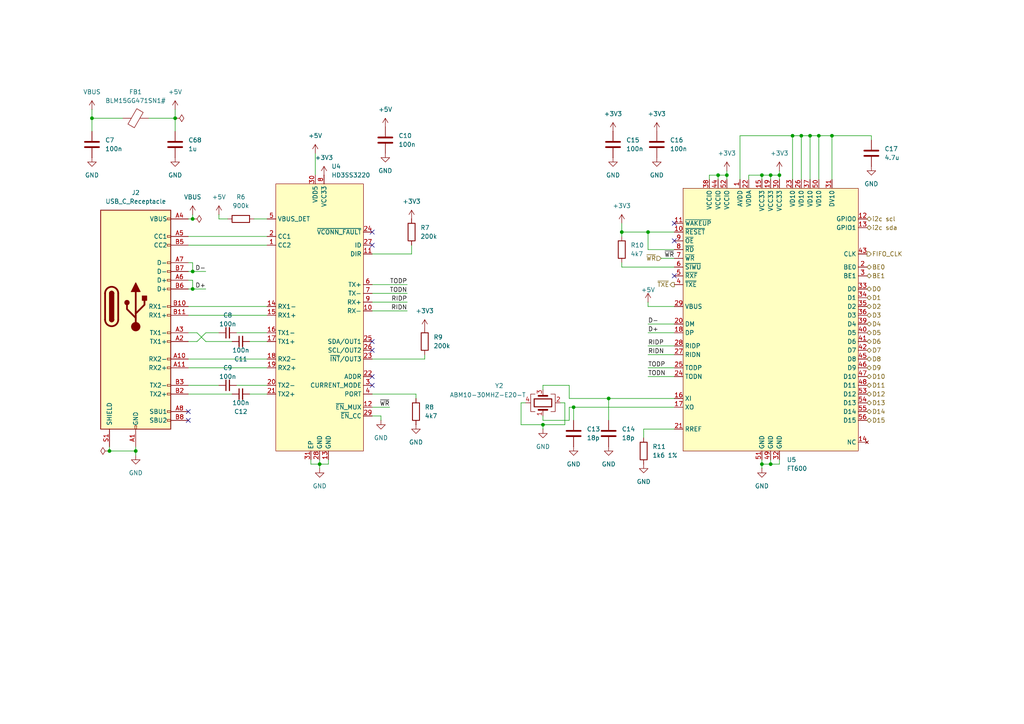
<source format=kicad_sch>
(kicad_sch (version 20250114) (generator "eeschema") (generator_version "9.0")
  (paper "A4")
  (title_block (title "CMOS FIFO to USB 3.0 SS") (date "2026-02-19") (rev "1") (company "Emmanuel Koutsouklakis"))
  (lib_symbols
    (symbol "Connector:USB_C_Receptacle" (pin_names (offset 1.016))
      (property "Reference" "J" (at -10.16 29.21 0))
      (property "Value" "USB_C_Receptacle" (at 10.16 29.21 0))
      (symbol "USB_C_Receptacle_0_0"
        (rectangle (start -0.254 -35.56) (end 0.254 -34.544))
        (rectangle (start 10.16 25.654) (end 9.144 25.146))
        (rectangle (start 10.16 20.574) (end 9.144 20.066))
        (rectangle (start 10.16 18.034) (end 9.144 17.526))
        (rectangle (start 10.16 12.954) (end 9.144 12.446))
        (rectangle (start 10.16 10.414) (end 9.144 9.906))
        (rectangle (start 10.16 7.874) (end 9.144 7.366))
        (rectangle (start 10.16 5.334) (end 9.144 4.826))
        (rectangle (start 10.16 0.254) (end 9.144 -0.254))
        (rectangle (start 10.16 -2.286) (end 9.144 -2.794))
        (rectangle (start 10.16 -7.366) (end 9.144 -7.874))
        (rectangle (start 10.16 -9.906) (end 9.144 -10.414))
        (rectangle (start 10.16 -14.986) (end 9.144 -15.494))
        (rectangle (start 10.16 -17.526) (end 9.144 -18.034))
        (rectangle (start 10.16 -22.606) (end 9.144 -23.114))
        (rectangle (start 10.16 -25.146) (end 9.144 -25.654))
        (rectangle (start 10.16 -30.226) (end 9.144 -30.734))
        (rectangle (start 10.16 -32.766) (end 9.144 -33.274))
      )
      (symbol "USB_C_Receptacle_0_1"
        (rectangle (start -10.16 27.94) (end 10.16 -35.56) (stroke (width 0.254)) (fill (type background)))
        (polyline (pts (xy -8.89 -3.81) (xy -8.89 3.81)) (stroke (width 0.508)))
        (rectangle (start -7.62 -3.81) (end -6.35 3.81) (stroke (width 0.254)) (fill (type outline)))
        (arc (start -7.62 3.81) (mid -6.985 4.4423) (end -6.35 3.81) (stroke (width 0.254)))
        (arc (start -7.62 3.81) (mid -6.985 4.4423) (end -6.35 3.81) (stroke (width 0.254)) (fill (type outline)))
        (arc (start -8.89 3.81) (mid -6.985 5.7067) (end -5.08 3.81) (stroke (width 0.508)))
        (arc (start -5.08 -3.81) (mid -6.985 -5.7067) (end -8.89 -3.81) (stroke (width 0.508)))
        (arc (start -6.35 -3.81) (mid -6.985 -4.4423) (end -7.62 -3.81) (stroke (width 0.254)))
        (arc (start -6.35 -3.81) (mid -6.985 -4.4423) (end -7.62 -3.81) (stroke (width 0.254)) (fill (type outline)))
        (polyline (pts (xy -5.08 3.81) (xy -5.08 -3.81)) (stroke (width 0.508)))
      )
      (symbol "USB_C_Receptacle_1_1"
        (circle (center -2.54 1.143) (radius 0.635) (stroke (width 0.254)) (fill (type outline)))
        (polyline (pts (xy -1.27 4.318) (xy 0 6.858) (xy 1.27 4.318) (xy -1.27 4.318)) (stroke (width 0.254)) (fill (type outline)))
        (polyline (pts (xy 0 -2.032) (xy 2.54 0.508) (xy 2.54 1.778)) (stroke (width 0.508)))
        (polyline (pts (xy 0 -3.302) (xy -2.54 -0.762) (xy -2.54 0.508)) (stroke (width 0.508)))
        (polyline (pts (xy 0 -5.842) (xy 0 4.318)) (stroke (width 0.508)))
        (circle (center 0 -5.842) (radius 1.27) (fill (type outline)))
        (rectangle (start 1.905 1.778) (end 3.175 3.048) (stroke (width 0.254)) (fill (type outline)))
        (pin passive line (at -7.62 -40.64 90) (length 5.08) (name "SHIELD") (number "S1"))
        (pin passive line (at 0 -40.64 90) (length 5.08) (name "GND") (number "A1"))
        (pin passive line (at 0 -40.64 90) (length 5.08) (hide yes) (name "GND") (number "A12"))
        (pin passive line (at 0 -40.64 90) (length 5.08) (hide yes) (name "GND") (number "B1"))
        (pin passive line (at 0 -40.64 90) (length 5.08) (hide yes) (name "GND") (number "B12"))
        (pin passive line (at 15.24 25.4 180) (length 5.08) (name "VBUS") (number "A4"))
        (pin passive line (at 15.24 25.4 180) (length 5.08) (hide yes) (name "VBUS") (number "A9"))
        (pin passive line (at 15.24 25.4 180) (length 5.08) (hide yes) (name "VBUS") (number "B4"))
        (pin passive line (at 15.24 25.4 180) (length 5.08) (hide yes) (name "VBUS") (number "B9"))
        (pin bidirectional line (at 15.24 20.32 180) (length 5.08) (name "CC1") (number "A5"))
        (pin bidirectional line (at 15.24 17.78 180) (length 5.08) (name "CC2") (number "B5"))
        (pin bidirectional line (at 15.24 12.7 180) (length 5.08) (name "D-") (number "A7"))
        (pin bidirectional line (at 15.24 10.16 180) (length 5.08) (name "D-") (number "B7"))
        (pin bidirectional line (at 15.24 7.62 180) (length 5.08) (name "D+") (number "A6"))
        (pin bidirectional line (at 15.24 5.08 180) (length 5.08) (name "D+") (number "B6"))
        (pin bidirectional line (at 15.24 0 180) (length 5.08) (name "RX1-") (number "B10"))
        (pin bidirectional line (at 15.24 -2.54 180) (length 5.08) (name "RX1+") (number "B11"))
        (pin bidirectional line (at 15.24 -7.62 180) (length 5.08) (name "TX1-") (number "A3"))
        (pin bidirectional line (at 15.24 -10.16 180) (length 5.08) (name "TX1+") (number "A2"))
        (pin bidirectional line (at 15.24 -15.24 180) (length 5.08) (name "RX2-") (number "A10"))
        (pin bidirectional line (at 15.24 -17.78 180) (length 5.08) (name "RX2+") (number "A11"))
        (pin bidirectional line (at 15.24 -22.86 180) (length 5.08) (name "TX2-") (number "B3"))
        (pin bidirectional line (at 15.24 -25.4 180) (length 5.08) (name "TX2+") (number "B2"))
        (pin bidirectional line (at 15.24 -30.48 180) (length 5.08) (name "SBU1") (number "A8"))
        (pin bidirectional line (at 15.24 -33.02 180) (length 5.08) (name "SBU2") (number "B8"))
      )
    )
    (symbol "Device:C" (pin_numbers (hide yes)) (pin_names (offset 0.254))
      (property "Reference" "C" (at 0.635 2.54 0))
      (property "Value" "C" (at 0.635 -2.54 0))
      (symbol "C_0_1"
        (polyline (pts (xy -2.032 0.762) (xy 2.032 0.762)) (stroke (width 0.508)))
        (polyline (pts (xy -2.032 -0.762) (xy 2.032 -0.762)) (stroke (width 0.508)))
      )
      (symbol "C_1_1"
        (pin passive line (at 0 3.81 270) (length 2.794) (name "~") (number "1"))
        (pin passive line (at 0 -3.81 90) (length 2.794) (name "~") (number "2"))
      )
    )
    (symbol "Device:C_Small" (pin_numbers (hide yes)) (pin_names (offset 0.254) (hide yes))
      (property "Reference" "C" (at 0.254 1.778 0))
      (property "Value" "C_Small" (at 0.254 -2.032 0))
      (symbol "C_Small_0_1"
        (polyline (pts (xy -1.524 0.508) (xy 1.524 0.508)) (stroke (width 0.3048)))
        (polyline (pts (xy -1.524 -0.508) (xy 1.524 -0.508)) (stroke (width 0.3302)))
      )
      (symbol "C_Small_1_1"
        (pin passive line (at 0 2.54 270) (length 2.032) (name "~") (number "1"))
        (pin passive line (at 0 -2.54 90) (length 2.032) (name "~") (number "2"))
      )
    )
    (symbol "Device:Crystal_GND24" (pin_names (offset 1.016) (hide yes))
      (property "Reference" "Y" (at 3.175 5.08 0))
      (property "Value" "Crystal_GND24" (at 3.175 3.175 0))
      (symbol "Crystal_GND24_0_1"
        (polyline (pts (xy -2.54 2.286) (xy -2.54 3.556) (xy 2.54 3.556) (xy 2.54 2.286)))
        (polyline (pts (xy -2.54 0) (xy -2.032 0)))
        (polyline (pts (xy -2.54 -2.286) (xy -2.54 -3.556) (xy 2.54 -3.556) (xy 2.54 -2.286)))
        (polyline (pts (xy -2.032 -1.27) (xy -2.032 1.27)) (stroke (width 0.508)))
        (rectangle (start -1.143 2.54) (end 1.143 -2.54) (stroke (width 0.3048)))
        (polyline (pts (xy 0 3.556) (xy 0 3.81)))
        (polyline (pts (xy 0 -3.81) (xy 0 -3.556)))
        (polyline (pts (xy 2.032 0) (xy 2.54 0)))
        (polyline (pts (xy 2.032 -1.27) (xy 2.032 1.27)) (stroke (width 0.508)))
      )
      (symbol "Crystal_GND24_1_1"
        (pin passive line (at -3.81 0 0) (length 1.27) (name "1") (number "1"))
        (pin passive line (at 0 5.08 270) (length 1.27) (name "2") (number "2"))
        (pin passive line (at 0 -5.08 90) (length 1.27) (name "4") (number "4"))
        (pin passive line (at 3.81 0 180) (length 1.27) (name "3") (number "3"))
      )
    )
    (symbol "Device:FerriteBead" (pin_numbers (hide yes)) (pin_names (offset 0))
      (property "Reference" "FB" (at -3.81 0.635 90))
      (property "Value" "FerriteBead" (at 3.81 0 90))
      (symbol "FerriteBead_0_1"
        (polyline (pts (xy -2.7686 0.4064) (xy -1.7018 2.2606) (xy 2.7686 -0.3048) (xy 1.6764 -2.159) (xy -2.7686 0.4064)))
        (polyline (pts (xy 0 1.27) (xy 0 1.2954)))
        (polyline (pts (xy 0 -1.27) (xy 0 -1.2192)))
      )
      (symbol "FerriteBead_1_1"
        (pin passive line (at 0 3.81 270) (length 2.54) (name "~") (number "1"))
        (pin passive line (at 0 -3.81 90) (length 2.54) (name "~") (number "2"))
      )
    )
    (symbol "Device:R" (pin_numbers (hide yes)) (pin_names (offset 0))
      (property "Reference" "R" (at 2.032 0 90))
      (property "Value" "R" (at 0 0 90))
      (symbol "R_0_1"
        (rectangle (start -1.016 -2.54) (end 1.016 2.54) (stroke (width 0.254)))
      )
      (symbol "R_1_1"
        (pin passive line (at 0 3.81 270) (length 1.27) (name "~") (number "1"))
        (pin passive line (at 0 -3.81 90) (length 1.27) (name "~") (number "2"))
      )
    )
    (symbol "plib:FT600"
      (property "Reference" "U" (at 92.71 -30.48 0))
      (property "Value" "FT600" (at 110.236 -29.718 0))
      (symbol "FT600_0_0"
        (pin bidirectional line (at -27.94 27.94 0) (length 2.54) (name "~{WAKEUP}") (number "11"))
        (pin input line (at -27.94 25.4 0) (length 2.54) (name "~{RESET}") (number "10"))
        (pin input line (at -27.94 22.86 0) (length 2.54) (name "~{OE}") (number "9"))
        (pin input line (at -27.94 20.32 0) (length 2.54) (name "~{RD}") (number "8"))
        (pin input line (at -27.94 17.78 0) (length 2.54) (name "~{WR}") (number "7"))
        (pin input line (at -27.94 15.24 0) (length 2.54) (name "~{SIWU}") (number "6"))
        (pin output line (at -27.94 12.7 0) (length 2.54) (name "~{RXF}") (number "5"))
        (pin output line (at -27.94 10.16 0) (length 2.54) (name "~{TXE}") (number "4"))
        (pin passive line (at -27.94 3.81 0) (length 2.54) (name "VBUS") (number "29"))
        (pin bidirectional line (at -27.94 -1.27 0) (length 2.54) (name "DM") (number "20"))
        (pin bidirectional line (at -27.94 -3.81 0) (length 2.54) (name "DP") (number "18"))
        (pin input line (at -27.94 -7.62 0) (length 2.54) (name "RIDP") (number "28"))
        (pin input line (at -27.94 -10.16 0) (length 2.54) (name "RIDN") (number "27"))
        (pin output line (at -27.94 -13.97 0) (length 2.54) (name "TODP") (number "25"))
        (pin output line (at -27.94 -16.51 0) (length 2.54) (name "TODN") (number "24"))
        (pin passive line (at -27.94 -22.86 0) (length 2.54) (name "XI") (number "16"))
        (pin passive line (at -27.94 -25.4 0) (length 2.54) (name "XO") (number "17"))
        (pin passive line (at -27.94 -31.75 0) (length 2.54) (name "RREF") (number "21"))
        (pin power_in line (at -17.78 40.64 270) (length 2.54) (name "VCCIO") (number "38"))
        (pin power_in line (at -15.24 40.64 270) (length 2.54) (name "VCCIO") (number "44"))
        (pin power_in line (at -12.7 40.64 270) (length 2.54) (name "VCCIO") (number "52"))
        (pin power_in line (at -8.89 40.64 270) (length 2.54) (name "AVDD") (number "1"))
        (pin power_in line (at -6.35 40.64 270) (length 2.54) (name "VDDA") (number "22"))
        (pin power_in line (at -2.54 40.64 270) (length 2.54) (name "VCC33") (number "15"))
        (pin passive line (at -2.54 -40.64 90) (length 2.54) (name "GND") (number "51"))
        (pin power_in line (at 0 40.64 270) (length 2.54) (name "VCC33") (number "19"))
        (pin passive line (at 0 -40.64 90) (length 2.54) (name "GND") (number "49"))
        (pin power_in line (at 2.54 40.64 270) (length 2.54) (name "VCC33") (number "30"))
        (pin passive line (at 2.54 -40.64 90) (length 2.54) (name "GND") (number "32"))
        (pin power_in line (at 6.35 40.64 270) (length 2.54) (name "VD10") (number "23"))
        (pin power_in line (at 8.89 40.64 270) (length 2.54) (name "VD10") (number "26"))
        (pin power_in line (at 11.43 40.64 270) (length 2.54) (name "VD10") (number "37"))
        (pin power_in line (at 13.97 40.64 270) (length 2.54) (name "VD10") (number "50"))
        (pin power_out line (at 17.78 40.64 270) (length 2.54) (name "DV10") (number "31"))
        (pin bidirectional line (at 27.94 29.21 180) (length 2.54) (name "GPIO0") (number "12"))
        (pin bidirectional line (at 27.94 26.67 180) (length 2.54) (name "GPIO1") (number "13"))
        (pin output line (at 27.94 19.05 180) (length 2.54) (name "CLK") (number "43"))
        (pin bidirectional line (at 27.94 15.24 180) (length 2.54) (name "BE0") (number "2"))
        (pin bidirectional line (at 27.94 12.7 180) (length 2.54) (name "BE1") (number "3"))
        (pin bidirectional line (at 27.94 8.89 180) (length 2.54) (name "D0") (number "33"))
        (pin bidirectional line (at 27.94 6.35 180) (length 2.54) (name "D1") (number "34"))
        (pin bidirectional line (at 27.94 3.81 180) (length 2.54) (name "D2") (number "35"))
        (pin bidirectional line (at 27.94 1.27 180) (length 2.54) (name "D3") (number "36"))
        (pin bidirectional line (at 27.94 -1.27 180) (length 2.54) (name "D4") (number "39"))
        (pin bidirectional line (at 27.94 -3.81 180) (length 2.54) (name "D5") (number "40"))
        (pin bidirectional line (at 27.94 -6.35 180) (length 2.54) (name "D6") (number "41"))
        (pin bidirectional line (at 27.94 -8.89 180) (length 2.54) (name "D7") (number "42"))
        (pin bidirectional line (at 27.94 -11.43 180) (length 2.54) (name "D8") (number "45"))
        (pin bidirectional line (at 27.94 -13.97 180) (length 2.54) (name "D9") (number "46"))
        (pin bidirectional line (at 27.94 -16.51 180) (length 2.54) (name "D10") (number "47"))
        (pin bidirectional line (at 27.94 -19.05 180) (length 2.54) (name "D11") (number "48"))
        (pin bidirectional line (at 27.94 -21.59 180) (length 2.54) (name "D12") (number "53"))
        (pin bidirectional line (at 27.94 -24.13 180) (length 2.54) (name "D13") (number "54"))
        (pin bidirectional line (at 27.94 -26.67 180) (length 2.54) (name "D14") (number "55"))
        (pin bidirectional line (at 27.94 -29.21 180) (length 2.54) (name "D15") (number "56"))
        (pin no_connect line (at 27.94 -35.56 180) (length 2.54) (name "NC") (number "14"))
      )
      (symbol "FT600_0_1"
        (rectangle (start -25.4 38.1) (end 25.4 -38.1) (fill (type background)))
      )
    )
    (symbol "plib:HD3SS3220"
      (property "Reference" "U" (at 0 -45.72 0))
      (property "Value" "HD3SS3220" (at 0 -43.688 0))
      (symbol "HD3SS3220_0_0"
        (pin passive line (at -15.24 40.64 0) (length 2.54) (name "VBUS_DET") (number "5"))
        (pin passive line (at -15.24 35.56 0) (length 2.54) (name "CC1") (number "2"))
        (pin passive line (at -15.24 33.02 0) (length 2.54) (name "CC2") (number "1"))
        (pin bidirectional line (at -15.24 15.24 0) (length 2.54) (name "RX1-") (number "14"))
        (pin bidirectional line (at -15.24 12.7 0) (length 2.54) (name "RX1+") (number "15"))
        (pin bidirectional line (at -15.24 7.62 0) (length 2.54) (name "TX1-") (number "16"))
        (pin bidirectional line (at -15.24 5.08 0) (length 2.54) (name "TX1+") (number "17"))
        (pin bidirectional line (at -15.24 0 0) (length 2.54) (name "RX2-") (number "18"))
        (pin bidirectional line (at -15.24 -2.54 0) (length 2.54) (name "RX2+") (number "19"))
        (pin bidirectional line (at -15.24 -7.62 0) (length 2.54) (name "TX2-") (number "20"))
        (pin bidirectional line (at -15.24 -10.16 0) (length 2.54) (name "TX2+") (number "21"))
        (pin passive line (at -2.54 -29.21 90) (length 2.54) (name "EP") (number "31"))
        (pin power_in line (at -1.27 53.34 270) (length 2.54) (name "VDD5") (number "30"))
        (pin passive line (at 0 -29.21 90) (length 2.54) (name "GND") (number "28"))
        (pin power_in line (at 1.27 53.34 270) (length 2.54) (name "VCC33") (number "8"))
        (pin passive line (at 2.54 -29.21 90) (length 2.54) (name "GND") (number "13"))
        (pin output line (at 15.24 36.83 180) (length 2.54) (name "~{VCONN_FAULT}") (number "24"))
        (pin output line (at 15.24 33.02 180) (length 2.54) (name "ID") (number "27"))
        (pin output line (at 15.24 30.48 180) (length 2.54) (name "DIR") (number "11"))
        (pin bidirectional line (at 15.24 21.59 180) (length 2.54) (name "TX+") (number "6"))
        (pin bidirectional line (at 15.24 19.05 180) (length 2.54) (name "TX-") (number "7"))
        (pin bidirectional line (at 15.24 16.51 180) (length 2.54) (name "RX+") (number "9"))
        (pin bidirectional line (at 15.24 13.97 180) (length 2.54) (name "RX-") (number "10"))
        (pin passive line (at 15.24 5.08 180) (length 2.54) (name "SDA/OUT1") (number "25"))
        (pin passive line (at 15.24 2.54 180) (length 2.54) (name "SCL/OUT2") (number "26"))
        (pin passive line (at 15.24 0 180) (length 2.54) (name "~{INT}/OUT3") (number "23"))
        (pin passive line (at 15.24 -5.08 180) (length 2.54) (name "ADDR") (number "22"))
        (pin passive line (at 15.24 -7.62 180) (length 2.54) (name "CURRENT_MODE") (number "3"))
        (pin passive line (at 15.24 -10.16 180) (length 2.54) (name "PORT") (number "4"))
        (pin input line (at 15.24 -13.97 180) (length 2.54) (name "~{EN}_MUX") (number "12"))
        (pin passive line (at 15.24 -16.51 180) (length 2.54) (name "~{EN}_CC") (number "29"))
      )
      (symbol "HD3SS3220_0_1"
        (rectangle (start -12.7 50.8) (end 12.7 -26.67) (fill (type background)))
      )
    )
    (symbol "power:+1V8" (power) (pin_numbers (hide yes)) (pin_names (offset 0) (hide yes))
      (property "Value" "+1V8" (at 0 3.556 0))
      (symbol "+1V8_0_1"
        (polyline (pts (xy -0.762 1.27) (xy 0 2.54)))
        (polyline (pts (xy 0 2.54) (xy 0.762 1.27)))
        (polyline (pts (xy 0 0) (xy 0 2.54)))
      )
      (symbol "+1V8_1_1"
        (pin power_in line (at 0 0 90) (length 0) (name "~") (number "1"))
      )
    )
    (symbol "power:+3.3V" (power) (pin_numbers (hide yes)) (pin_names (offset 0) (hide yes))
      (property "Value" "+3.3V" (at 0 3.556 0))
      (symbol "+3.3V_0_1"
        (polyline (pts (xy -0.762 1.27) (xy 0 2.54)))
        (polyline (pts (xy 0 2.54) (xy 0.762 1.27)))
        (polyline (pts (xy 0 0) (xy 0 2.54)))
      )
      (symbol "+3.3V_1_1"
        (pin power_in line (at 0 0 90) (length 0) (name "~") (number "1"))
      )
    )
    (symbol "power:+3V3" (power) (pin_numbers (hide yes)) (pin_names (offset 0) (hide yes))
      (property "Value" "+3V3" (at 0 3.556 0))
      (symbol "+3V3_0_1"
        (polyline (pts (xy -0.762 1.27) (xy 0 2.54)))
        (polyline (pts (xy 0 2.54) (xy 0.762 1.27)))
        (polyline (pts (xy 0 0) (xy 0 2.54)))
      )
      (symbol "+3V3_1_1"
        (pin power_in line (at 0 0 90) (length 0) (name "~") (number "1"))
      )
    )
    (symbol "power:+5V" (power) (pin_numbers (hide yes)) (pin_names (offset 0) (hide yes))
      (property "Value" "+5V" (at 0 3.556 0))
      (symbol "+5V_0_1"
        (polyline (pts (xy -0.762 1.27) (xy 0 2.54)))
        (polyline (pts (xy 0 2.54) (xy 0.762 1.27)))
        (polyline (pts (xy 0 0) (xy 0 2.54)))
      )
      (symbol "+5V_1_1"
        (pin power_in line (at 0 0 90) (length 0) (name "~") (number "1"))
      )
    )
    (symbol "power:GND" (power) (pin_numbers (hide yes)) (pin_names (offset 0) (hide yes))
      (property "Value" "GND" (at 0 -3.81 0))
      (symbol "GND_0_1"
        (polyline (pts (xy 0 0) (xy 0 -1.27) (xy 1.27 -1.27) (xy 0 -2.54) (xy -1.27 -1.27) (xy 0 -1.27)))
      )
      (symbol "GND_1_1"
        (pin power_in line (at 0 0 270) (length 0) (name "~") (number "1"))
      )
    )
    (symbol "power:PWR_FLAG" (power) (pin_numbers (hide yes)) (pin_names (offset 0) (hide yes))
      (property "Value" "PWR_FLAG" (at 0 3.81 0))
      (symbol "PWR_FLAG_0_0"
        (pin power_out line (at 0 0 90) (length 0) (name "~") (number "1"))
      )
      (symbol "PWR_FLAG_0_1"
        (polyline (pts (xy 0 0) (xy 0 1.27) (xy -1.016 1.905) (xy 0 2.54) (xy 1.016 1.905) (xy 0 1.27)))
      )
    )
    (symbol "power:VBUS" (power) (pin_numbers (hide yes)) (pin_names (offset 0) (hide yes))
      (property "Value" "VBUS" (at 0 3.556 0))
      (symbol "VBUS_0_1"
        (polyline (pts (xy -0.762 1.27) (xy 0 2.54)))
        (polyline (pts (xy 0 2.54) (xy 0.762 1.27)))
        (polyline (pts (xy 0 0) (xy 0 2.54)))
      )
      (symbol "VBUS_1_1"
        (pin power_in line (at 0 0 90) (length 0) (name "~") (number "1"))
      )
    )
  )
  (junction (at 208.28 50.8))
  (junction (at 229.87 39.37))
  (junction (at 26.67 34.29))
  (junction (at 237.49 39.37))
  (junction (at 55.88 83.82))
  (junction (at 166.37 118.11))
  (junction (at 220.98 50.8))
  (junction (at 223.52 134.62))
  (junction (at 210.82 50.8))
  (junction (at 226.06 50.8))
  (junction (at 55.88 63.5))
  (junction (at 50.8 34.29))
  (junction (at 176.53 115.57))
  (junction (at 234.95 39.37))
  (junction (at 220.98 134.62))
  (junction (at 187.96 67.31))
  (junction (at 223.52 50.8))
  (junction (at 92.71 134.62))
  (junction (at 55.88 78.74))
  (junction (at 157.48 123.19))
  (junction (at 180.34 67.31))
  (junction (at 241.3 39.37))
  (junction (at 39.37 130.81))
  (junction (at 232.41 39.37))
  (junction (at 31.75 130.81))
  (no_connect (at 107.95 99.06))
  (no_connect (at 54.61 119.38))
  (no_connect (at 107.95 111.76))
  (no_connect (at 107.95 109.22))
  (no_connect (at 107.95 71.12))
  (no_connect (at 195.58 80.01))
  (no_connect (at 54.61 121.92))
  (no_connect (at 195.58 64.77))
  (no_connect (at 195.58 69.85))
  (no_connect (at 107.95 67.31))
  (no_connect (at 107.95 101.6))
  (wire (pts (xy 162.56 116.84) (xy 163.83 116.84)))
  (wire (pts (xy 107.95 87.63) (xy 118.11 87.63)))
  (wire (pts (xy 186.69 124.46) (xy 186.69 127)))
  (wire (pts (xy 26.67 34.29) (xy 26.67 38.1)))
  (wire (pts (xy 54.61 111.76) (xy 63.5 111.76)))
  (wire (pts (xy 50.8 34.29) (xy 50.8 38.1)))
  (wire (pts (xy 63.5 62.23) (xy 63.5 63.5)))
  (wire (pts (xy 157.48 120.65) (xy 157.48 121.92)))
  (wire (pts (xy 220.98 135.89) (xy 220.98 134.62)))
  (wire (pts (xy 187.96 100.33) (xy 195.58 100.33)))
  (wire (pts (xy 39.37 130.81) (xy 39.37 132.08)))
  (wire (pts (xy 107.95 90.17) (xy 118.11 90.17)))
  (wire (pts (xy 92.71 134.62) (xy 92.71 135.89)))
  (wire (pts (xy 195.58 118.11) (xy 166.37 118.11)))
  (wire (pts (xy 226.06 134.62) (xy 223.52 134.62)))
  (wire (pts (xy 180.34 67.31) (xy 180.34 68.58)))
  (wire (pts (xy 54.61 114.3) (xy 67.31 114.3)))
  (wire (pts (xy 165.1 115.57) (xy 176.53 115.57)))
  (wire (pts (xy 54.61 63.5) (xy 55.88 63.5)))
  (wire (pts (xy 157.48 123.19) (xy 151.13 123.19)))
  (wire (pts (xy 241.3 39.37) (xy 252.73 39.37)))
  (wire (pts (xy 187.96 67.31) (xy 187.96 72.39)))
  (wire (pts (xy 157.48 124.46) (xy 157.48 123.19)))
  (wire (pts (xy 187.96 67.31) (xy 195.58 67.31)))
  (wire (pts (xy 55.88 81.28) (xy 55.88 83.82)))
  (wire (pts (xy 123.19 104.14) (xy 123.19 102.87)))
  (wire (pts (xy 229.87 52.07) (xy 229.87 39.37)))
  (wire (pts (xy 68.58 96.52) (xy 77.47 96.52)))
  (wire (pts (xy 91.44 44.45) (xy 91.44 50.8)))
  (wire (pts (xy 77.47 88.9) (xy 54.61 88.9)))
  (wire (pts (xy 26.67 34.29) (xy 35.56 34.29)))
  (wire (pts (xy 234.95 39.37) (xy 237.49 39.37)))
  (wire (pts (xy 232.41 39.37) (xy 234.95 39.37)))
  (wire (pts (xy 157.48 111.76) (xy 165.1 111.76)))
  (wire (pts (xy 77.47 91.44) (xy 54.61 91.44)))
  (wire (pts (xy 110.49 121.92) (xy 110.49 120.65)))
  (wire (pts (xy 205.74 52.07) (xy 205.74 50.8)))
  (wire (pts (xy 176.53 115.57) (xy 195.58 115.57)))
  (wire (pts (xy 31.75 130.81) (xy 39.37 130.81)))
  (wire (pts (xy 54.61 68.58) (xy 77.47 68.58)))
  (wire (pts (xy 54.61 71.12) (xy 77.47 71.12)))
  (wire (pts (xy 50.8 34.29) (xy 43.18 34.29)))
  (wire (pts (xy 237.49 52.07) (xy 237.49 39.37)))
  (wire (pts (xy 157.48 123.19) (xy 163.83 123.19)))
  (wire (pts (xy 107.95 73.66) (xy 119.38 73.66)))
  (wire (pts (xy 205.74 50.8) (xy 208.28 50.8)))
  (wire (pts (xy 187.96 109.22) (xy 195.58 109.22)))
  (wire (pts (xy 217.17 52.07) (xy 217.17 50.8)))
  (wire (pts (xy 157.48 111.76) (xy 157.48 113.03)))
  (wire (pts (xy 68.58 111.76) (xy 77.47 111.76)))
  (wire (pts (xy 92.71 133.35) (xy 92.71 134.62)))
  (wire (pts (xy 57.15 96.52) (xy 54.61 96.52)))
  (wire (pts (xy 217.17 50.8) (xy 220.98 50.8)))
  (wire (pts (xy 180.34 77.47) (xy 180.34 76.2)))
  (wire (pts (xy 73.66 63.5) (xy 77.47 63.5)))
  (wire (pts (xy 195.58 72.39) (xy 187.96 72.39)))
  (wire (pts (xy 95.25 134.62) (xy 92.71 134.62)))
  (wire (pts (xy 214.63 52.07) (xy 214.63 39.37)))
  (wire (pts (xy 57.15 96.52) (xy 59.69 99.06)))
  (wire (pts (xy 163.83 116.84) (xy 163.83 123.19)))
  (wire (pts (xy 55.88 62.23) (xy 55.88 63.5)))
  (wire (pts (xy 119.38 73.66) (xy 119.38 71.12)))
  (wire (pts (xy 223.52 134.62) (xy 220.98 134.62)))
  (wire (pts (xy 223.52 50.8) (xy 226.06 50.8)))
  (wire (pts (xy 232.41 52.07) (xy 232.41 39.37)))
  (wire (pts (xy 31.75 129.54) (xy 31.75 130.81)))
  (wire (pts (xy 214.63 39.37) (xy 229.87 39.37)))
  (wire (pts (xy 120.65 114.3) (xy 120.65 115.57)))
  (wire (pts (xy 55.88 78.74) (xy 59.69 78.74)))
  (wire (pts (xy 208.28 50.8) (xy 208.28 52.07)))
  (wire (pts (xy 63.5 63.5) (xy 66.04 63.5)))
  (wire (pts (xy 234.95 52.07) (xy 234.95 39.37)))
  (wire (pts (xy 180.34 67.31) (xy 187.96 67.31)))
  (wire (pts (xy 39.37 129.54) (xy 39.37 130.81)))
  (wire (pts (xy 220.98 52.07) (xy 220.98 50.8)))
  (wire (pts (xy 187.96 93.98) (xy 195.58 93.98)))
  (wire (pts (xy 54.61 78.74) (xy 55.88 78.74)))
  (wire (pts (xy 176.53 115.57) (xy 176.53 121.92)))
  (wire (pts (xy 223.52 133.35) (xy 223.52 134.62)))
  (wire (pts (xy 180.34 64.77) (xy 180.34 67.31)))
  (wire (pts (xy 107.95 104.14) (xy 123.19 104.14)))
  (wire (pts (xy 187.96 102.87) (xy 195.58 102.87)))
  (wire (pts (xy 92.71 134.62) (xy 90.17 134.62)))
  (wire (pts (xy 165.1 118.11) (xy 165.1 121.92)))
  (wire (pts (xy 220.98 50.8) (xy 223.52 50.8)))
  (wire (pts (xy 157.48 121.92) (xy 165.1 121.92)))
  (wire (pts (xy 166.37 118.11) (xy 165.1 118.11)))
  (wire (pts (xy 55.88 76.2) (xy 55.88 78.74)))
  (wire (pts (xy 55.88 83.82) (xy 59.69 83.82)))
  (wire (pts (xy 67.31 99.06) (xy 59.69 99.06)))
  (wire (pts (xy 54.61 81.28) (xy 55.88 81.28)))
  (wire (pts (xy 241.3 52.07) (xy 241.3 39.37)))
  (wire (pts (xy 90.17 134.62) (xy 90.17 133.35)))
  (wire (pts (xy 226.06 49.53) (xy 226.06 50.8)))
  (wire (pts (xy 59.69 96.52) (xy 63.5 96.52)))
  (wire (pts (xy 26.67 31.75) (xy 26.67 34.29)))
  (wire (pts (xy 107.95 82.55) (xy 118.11 82.55)))
  (wire (pts (xy 72.39 114.3) (xy 77.47 114.3)))
  (wire (pts (xy 54.61 83.82) (xy 55.88 83.82)))
  (wire (pts (xy 57.15 99.06) (xy 59.69 96.52)))
  (wire (pts (xy 50.8 31.75) (xy 50.8 34.29)))
  (wire (pts (xy 95.25 133.35) (xy 95.25 134.62)))
  (wire (pts (xy 151.13 123.19) (xy 151.13 116.84)))
  (wire (pts (xy 237.49 39.37) (xy 241.3 39.37)))
  (wire (pts (xy 151.13 116.84) (xy 152.4 116.84)))
  (wire (pts (xy 187.96 88.9) (xy 195.58 88.9)))
  (wire (pts (xy 229.87 39.37) (xy 232.41 39.37)))
  (wire (pts (xy 107.95 85.09) (xy 118.11 85.09)))
  (wire (pts (xy 72.39 99.06) (xy 77.47 99.06)))
  (wire (pts (xy 252.73 39.37) (xy 252.73 40.64)))
  (wire (pts (xy 226.06 50.8) (xy 226.06 52.07)))
  (wire (pts (xy 195.58 77.47) (xy 180.34 77.47)))
  (wire (pts (xy 226.06 133.35) (xy 226.06 134.62)))
  (wire (pts (xy 187.96 87.63) (xy 187.96 88.9)))
  (wire (pts (xy 220.98 134.62) (xy 220.98 133.35)))
  (wire (pts (xy 77.47 104.14) (xy 54.61 104.14)))
  (wire (pts (xy 166.37 118.11) (xy 166.37 121.92)))
  (wire (pts (xy 187.96 96.52) (xy 195.58 96.52)))
  (wire (pts (xy 165.1 111.76) (xy 165.1 115.57)))
  (wire (pts (xy 107.95 120.65) (xy 110.49 120.65)))
  (wire (pts (xy 223.52 52.07) (xy 223.52 50.8)))
  (wire (pts (xy 208.28 50.8) (xy 210.82 50.8)))
  (wire (pts (xy 77.47 106.68) (xy 54.61 106.68)))
  (wire (pts (xy 54.61 76.2) (xy 55.88 76.2)))
  (wire (pts (xy 195.58 124.46) (xy 186.69 124.46)))
  (wire (pts (xy 113.03 118.11) (xy 107.95 118.11)))
  (wire (pts (xy 210.82 50.8) (xy 210.82 52.07)))
  (wire (pts (xy 210.82 49.53) (xy 210.82 50.8)))
  (wire (pts (xy 191.77 74.93) (xy 195.58 74.93)))
  (wire (pts (xy 187.96 106.68) (xy 195.58 106.68)))
  (wire (pts (xy 54.61 99.06) (xy 57.15 99.06)))
  (wire (pts (xy 107.95 114.3) (xy 120.65 114.3)))
  (label "TODN" (at 118.11 85.09 180))
  (label "RIDP" (at 187.96 100.33 0))
  (label "D-" (at 187.96 93.98 0))
  (label "~{WR}" (at 113.03 118.11 180))
  (label "D-" (at 59.69 78.74 180))
  (label "TODP" (at 118.11 82.55 180))
  (label "RIDP" (at 118.11 87.63 180))
  (label "TODP" (at 187.96 106.68 0))
  (label "TODN" (at 187.96 109.22 0))
  (label "RIDN" (at 187.96 102.87 0))
  (label "D+" (at 59.69 83.82 180))
  (label "D+" (at 187.96 96.52 0))
  (label "RIDN" (at 118.11 90.17 180))
  (label "~{WR}" (at 195.58 74.93 180))
  (hierarchical_label "~{TXE}" (shape output) (at 195.58 82.55 180))
  (hierarchical_label "~{WR}" (shape input) (at 191.77 74.93 180))
  (hierarchical_label "D2" (shape bidirectional) (at 251.46 88.9 0))
  (hierarchical_label "D11" (shape bidirectional) (at 251.46 111.76 0))
  (hierarchical_label "D6" (shape bidirectional) (at 251.46 99.06 0))
  (hierarchical_label "FIFO_CLK" (shape output) (at 251.46 73.66 0))
  (hierarchical_label "D14" (shape bidirectional) (at 251.46 119.38 0))
  (hierarchical_label "D7" (shape bidirectional) (at 251.46 101.6 0))
  (hierarchical_label "D1" (shape bidirectional) (at 251.46 86.36 0))
  (hierarchical_label "D9" (shape bidirectional) (at 251.46 106.68 0))
  (hierarchical_label "i2c scl" (shape bidirectional) (at 251.46 63.5 0))
  (hierarchical_label "D8" (shape bidirectional) (at 251.46 104.14 0))
  (hierarchical_label "D5" (shape bidirectional) (at 251.46 96.52 0))
  (hierarchical_label "D3" (shape bidirectional) (at 251.46 91.44 0))
  (hierarchical_label "BE0" (shape bidirectional) (at 251.46 77.47 0))
  (hierarchical_label "D10" (shape bidirectional) (at 251.46 109.22 0))
  (hierarchical_label "D15" (shape bidirectional) (at 251.46 121.92 0))
  (hierarchical_label "BE1" (shape bidirectional) (at 251.46 80.01 0))
  (hierarchical_label "D13" (shape bidirectional) (at 251.46 116.84 0))
  (hierarchical_label "D0" (shape bidirectional) (at 251.46 83.82 0))
  (hierarchical_label "i2c sda" (shape bidirectional) (at 251.46 66.04 0))
  (hierarchical_label "D12" (shape bidirectional) (at 251.46 114.3 0))
  (hierarchical_label "D4" (shape bidirectional) (at 251.46 93.98 0))
  (symbol (lib_id "Device:C_Small") (at 66.04 96.52 90) (unit 1)
    (property "Reference" "C8" (at 66.04 91.44 90))
    (property "Value" "100n" (at 66.04 93.98 90))
    (property "Footprint" "Capacitor_SMD:C_0402_1005Metric" (effects (hide yes)))
    (property "Description" "Unpolarized capacitor, small symbol" (effects (hide yes)))
  )
  (symbol (lib_id "power:+3V3") (at 180.34 64.77 0) (unit 1)
    (property "Reference" "#PWR044" (effects (hide yes)))
    (property "Value" "+3V3" (at 180.34 59.69 0))
    (property "Description" "Power symbol creates a global label with name \"+3V3\"" (effects (hide yes)))
  )
  (symbol (lib_id "power:+3V3") (at 190.5 38.1 0) (unit 1)
    (property "Reference" "#PWR047" (effects (hide yes)))
    (property "Value" "+3V3" (at 190.5 33.02 0))
    (property "Description" "Power symbol creates a global label with name \"+3V3\"" (effects (hide yes)))
  )
  (symbol (lib_id "power:GND") (at 111.76 44.45 0) (unit 1)
    (property "Reference" "#PWR031" (effects (hide yes)))
    (property "Value" "GND" (at 111.76 49.53 0))
    (property "Description" "Power symbol creates a global label with name \"GND\" , ground" (effects (hide yes)))
  )
  (symbol (lib_id "Device:Crystal_GND24") (at 157.48 116.84 270) (mirror x) (unit 1)
    (property "Reference" "Y2" (at 144.78 111.8868 90))
    (property "Value" "ABM10-30MHZ-E20-T" (at 141.478 114.554 90))
    (property "Footprint" "Crystal:Crystal_SMD_2520-4Pin_2.5x2.0mm" (effects (hide yes)))
    (property "Description" "Four pin crystal, GND on pins 2 and 4" (effects (hide yes)))
  )
  (symbol (lib_id "power:+5V") (at 111.76 36.83 0) (unit 1)
    (property "Reference" "#PWR030" (effects (hide yes)))
    (property "Value" "+5V" (at 111.76 31.75 0))
    (property "Description" "Power symbol creates a global label with name \"+5V\"" (effects (hide yes)))
  )
  (symbol (lib_id "plib:HD3SS3220") (at 92.71 104.14 0) (unit 1)
    (property "Reference" "U4" (at 96.1233 48.26 0) (effects (justify left)))
    (property "Value" "HD3SS3220" (at 96.1233 50.8 0) (effects (justify left)))
    (property "Footprint" "Package_DFN_QFN:Texas_RNH0030A_WQFN-30-1EP_2.5x4.5mm_P0.4mm_EP1.2x3.2mm" (effects (hide yes)))
    (property "lcsc_id" "C165155" (effects (hide yes)))
  )
  (symbol (lib_id "Device:R") (at 69.85 63.5 90) (unit 1)
    (property "Reference" "R6" (at 69.85 57.15 90))
    (property "Value" "900k" (at 69.85 59.69 90))
    (property "Footprint" "Resistor_SMD:R_0603_1608Metric" (effects (hide yes)))
    (property "Description" "Resistor" (effects (hide yes)))
  )
  (symbol (lib_id "power:VBUS") (at 26.67 31.75 0) (unit 1)
    (property "Reference" "#PWR024" (effects (hide yes)))
    (property "Value" "VBUS" (at 26.67 26.67 0))
    (property "Description" "Power symbol creates a global label with name \"VBUS\"" (effects (hide yes)))
  )
  (symbol (lib_id "power:GND") (at 252.73 48.26 0) (unit 1)
    (property "Reference" "#PWR052" (effects (hide yes)))
    (property "Value" "GND" (at 252.73 53.34 0))
    (property "Description" "Power symbol creates a global label with name \"GND\" , ground" (effects (hide yes)))
  )
  (symbol (lib_id "power:GND") (at 120.65 123.19 0) (unit 1)
    (property "Reference" "#PWR037" (effects (hide yes)))
    (property "Value" "GND" (at 120.65 128.27 0))
    (property "Description" "Power symbol creates a global label with name \"GND\" , ground" (effects (hide yes)))
  )
  (symbol (lib_id "Device:FerriteBead") (at 39.37 34.29 90) (unit 1)
    (property "Reference" "FB1" (at 39.3192 26.67 90))
    (property "Value" "BLM15GG471SN1#" (at 39.3192 29.21 90))
    (property "Description" "Ferrite bead" (effects (hide yes)))
  )
  (symbol (lib_id "power:PWR_FLAG") (at 31.75 130.81 90) (unit 1)
    (property "Reference" "#FLG01" (effects (hide yes)))
    (property "Value" "PWR_FLAG" (effects (hide yes)))
    (property "Description" "Special symbol for telling ERC where power comes from" (effects (hide yes)))
  )
  (symbol (lib_id "power:PWR_FLAG") (at 50.8 34.29 270) (unit 1)
    (property "Reference" "#FLG02" (effects (hide yes)))
    (property "Value" "PWR_FLAG" (effects (hide yes)))
    (property "Description" "Special symbol for telling ERC where power comes from" (effects (hide yes)))
  )
  (symbol (lib_id "power:GND") (at 92.71 135.89 0) (unit 1)
    (property "Reference" "#PWR033" (effects (hide yes)))
    (property "Value" "GND" (at 92.71 140.97 0))
    (property "Description" "Power symbol creates a global label with name \"GND\" , ground" (effects (hide yes)))
  )
  (symbol (lib_id "Device:R") (at 180.34 72.39 0) (unit 1)
    (property "Reference" "R10" (at 182.88 71.1199 0) (effects (justify left)))
    (property "Value" "4k7" (at 182.88 73.6599 0) (effects (justify left)))
    (property "Footprint" "Resistor_SMD:R_0603_1608Metric" (effects (hide yes)))
    (property "Description" "Resistor" (effects (hide yes)))
  )
  (symbol (lib_id "power:PWR_FLAG") (at 55.88 63.5 270) (unit 1)
    (property "Reference" "#FLG03" (effects (hide yes)))
    (property "Value" "PWR_FLAG" (effects (hide yes)))
    (property "Description" "Special symbol for telling ERC where power comes from" (effects (hide yes)))
  )
  (symbol (lib_id "power:GND") (at 39.37 132.08 0) (unit 1)
    (property "Reference" "#PWR026" (effects (hide yes)))
    (property "Value" "GND" (at 39.37 137.16 0))
    (property "Description" "Power symbol creates a global label with name \"GND\" , ground" (effects (hide yes)))
  )
  (symbol (lib_id "Device:C") (at 252.73 44.45 0) (unit 1)
    (property "Reference" "C17" (at 256.54 43.1799 0) (effects (justify left)))
    (property "Value" "4.7u" (at 256.54 45.7199 0) (effects (justify left)))
    (property "Footprint" "Capacitor_SMD:C_0603_1608Metric" (effects (hide yes)))
    (property "Description" "Unpolarized capacitor" (effects (hide yes)))
  )
  (symbol (lib_id "power:+1V8") (at 177.8 38.1 0) (unit 1)
    (property "Reference" "#PWR042" (effects (hide yes)))
    (property "Value" "+3V3" (at 177.8 33.02 0))
    (property "Description" "Power symbol creates a global label with name \"+1V8\"" (effects (hide yes)))
  )
  (symbol (lib_id "power:+3.3V") (at 93.98 50.8 0) (unit 1)
    (property "Reference" "#PWR034" (effects (hide yes)))
    (property "Value" "+3V3" (at 93.98 45.72 0))
    (property "Description" "Power symbol creates a global label with name \"+3.3V\"" (effects (hide yes)))
  )
  (symbol (lib_id "power:GND") (at 177.8 45.72 0) (unit 1)
    (property "Reference" "#PWR043" (effects (hide yes)))
    (property "Value" "GND" (at 177.8 50.8 0))
    (property "Description" "Power symbol creates a global label with name \"GND\" , ground" (effects (hide yes)))
  )
  (symbol (lib_id "power:GND") (at 220.98 135.89 0) (unit 1)
    (property "Reference" "#PWR050" (effects (hide yes)))
    (property "Value" "GND" (at 220.98 140.97 0))
    (property "Description" "Power symbol creates a global label with name \"GND\" , ground" (effects (hide yes)))
  )
  (symbol (lib_id "power:VBUS") (at 55.88 62.23 0) (unit 1)
    (property "Reference" "#PWR028" (effects (hide yes)))
    (property "Value" "VBUS" (at 55.88 57.15 0))
    (property "Description" "Power symbol creates a global label with name \"VBUS\"" (effects (hide yes)))
  )
  (symbol (lib_id "Device:C_Small") (at 69.85 114.3 90) (mirror x) (unit 1)
    (property "Reference" "C12" (at 69.85 119.38 90))
    (property "Value" "100n" (at 69.85 116.84 90))
    (property "Footprint" "Capacitor_SMD:C_0402_1005Metric" (effects (hide yes)))
    (property "Description" "Unpolarized capacitor, small symbol" (effects (hide yes)))
  )
  (symbol (lib_id "Device:C_Small") (at 66.04 111.76 90) (unit 1)
    (property "Reference" "C9" (at 66.04 106.68 90))
    (property "Value" "100n" (at 66.04 109.22 90))
    (property "Footprint" "Capacitor_SMD:C_0402_1005Metric" (effects (hide yes)))
    (property "Description" "Unpolarized capacitor, small symbol" (effects (hide yes)))
  )
  (symbol (lib_id "Connector:USB_C_Receptacle") (at 39.37 88.9 0) (unit 1)
    (property "Reference" "J2" (at 39.37 55.88 0))
    (property "Value" "USB_C_Receptacle" (at 39.37 58.42 0))
    (property "Footprint" "plib:USB-C-SMD_C49261591" (effects (hide yes)))
    (property "Datasheet" "https://www.usb.org/sites/default/files/documents/usb_type-c.zip" (effects (hide yes)))
    (property "Description" "USB Full-Featured Type-C Receptacle connector" (effects (hide yes)))
  )
  (symbol (lib_id "power:+3.3V") (at 119.38 63.5 0) (unit 1)
    (property "Reference" "#PWR036" (effects (hide yes)))
    (property "Value" "+3V3" (at 119.38 58.42 0))
    (property "Description" "Power symbol creates a global label with name \"+3.3V\"" (effects (hide yes)))
  )
  (symbol (lib_id "power:+3.3V") (at 226.06 49.53 0) (unit 1)
    (property "Reference" "#PWR051" (effects (hide yes)))
    (property "Value" "+3V3" (at 226.06 44.45 0))
    (property "Description" "Power symbol creates a global label with name \"+3.3V\"" (effects (hide yes)))
  )
  (symbol (lib_id "Device:C") (at 177.8 41.91 0) (unit 1)
    (property "Reference" "C15" (at 181.61 40.6399 0) (effects (justify left)))
    (property "Value" "100n" (at 181.61 43.1799 0) (effects (justify left)))
    (property "Footprint" "Capacitor_SMD:C_0603_1608Metric" (effects (hide yes)))
    (property "Description" "Unpolarized capacitor" (effects (hide yes)))
  )
  (symbol (lib_id "power:GND") (at 50.8 45.72 0) (unit 1)
    (property "Reference" "#PWR039" (effects (hide yes)))
    (property "Value" "GND" (at 50.8 50.8 0))
    (property "Description" "Power symbol creates a global label with name \"GND\" , ground" (effects (hide yes)))
  )
  (symbol (lib_id "Device:R") (at 120.65 119.38 0) (unit 1)
    (property "Reference" "R8" (at 123.19 118.1099 0) (effects (justify left)))
    (property "Value" "4k7" (at 123.19 120.6499 0) (effects (justify left)))
    (property "Footprint" "Resistor_SMD:R_0603_1608Metric" (effects (hide yes)))
    (property "Description" "Resistor" (effects (hide yes)))
  )
  (symbol (lib_id "power:+5V") (at 63.5 62.23 0) (unit 1)
    (property "Reference" "#PWR029" (effects (hide yes)))
    (property "Value" "+5V" (at 63.5 57.15 0))
    (property "Description" "Power symbol creates a global label with name \"+5V\"" (effects (hide yes)))
  )
  (symbol (lib_id "plib:FT600") (at 223.52 92.71 0) (unit 1)
    (property "Reference" "U5" (at 228.2033 133.35 0) (effects (justify left)))
    (property "Value" "FT600" (at 228.2033 135.89 0) (effects (justify left)))
    (property "Footprint" "plib:QFN-56_EP_7x7_Pitch0.4mm" (effects (hide yes)))
    (property "lcsc_id" "C5252722" (effects (hide yes)))
  )
  (symbol (lib_id "power:+3V3") (at 210.82 49.53 0) (unit 1)
    (property "Reference" "#PWR049" (effects (hide yes)))
    (property "Value" "+3V3" (at 210.82 44.45 0))
    (property "Description" "Power symbol creates a global label with name \"+3V3\"" (effects (hide yes)))
  )
  (symbol (lib_id "Device:C") (at 166.37 125.73 0) (unit 1)
    (property "Reference" "C13" (at 170.18 124.4599 0) (effects (justify left)))
    (property "Value" "18p" (at 170.18 126.9999 0) (effects (justify left)))
    (property "Footprint" "Capacitor_SMD:C_0603_1608Metric" (effects (hide yes)))
    (property "Description" "Unpolarized capacitor" (effects (hide yes)))
  )
  (symbol (lib_id "Device:R") (at 123.19 99.06 0) (unit 1)
    (property "Reference" "R9" (at 125.73 97.7899 0) (effects (justify left)))
    (property "Value" "200k" (at 125.73 100.3299 0) (effects (justify left)))
    (property "Footprint" "Resistor_SMD:R_0603_1608Metric" (effects (hide yes)))
    (property "Description" "Resistor" (effects (hide yes)))
  )
  (symbol (lib_id "Device:C") (at 111.76 40.64 0) (unit 1)
    (property "Reference" "C10" (at 115.57 39.3699 0) (effects (justify left)))
    (property "Value" "100n" (at 115.57 41.9099 0) (effects (justify left)))
    (property "Footprint" "Capacitor_SMD:C_0603_1608Metric" (effects (hide yes)))
    (property "Description" "Unpolarized capacitor" (effects (hide yes)))
  )
  (symbol (lib_id "Device:C") (at 50.8 41.91 0) (unit 1)
    (property "Reference" "C68" (at 54.61 40.6399 0) (effects (justify left)))
    (property "Value" "1u" (at 54.61 43.1799 0) (effects (justify left)))
    (property "Footprint" "Capacitor_SMD:C_0603_1608Metric" (effects (hide yes)))
    (property "Description" "Unpolarized capacitor" (effects (hide yes)))
  )
  (symbol (lib_id "power:+5V") (at 50.8 31.75 0) (unit 1)
    (property "Reference" "#PWR027" (effects (hide yes)))
    (property "Value" "+5V" (at 50.8 26.67 0))
    (property "Description" "Power symbol creates a global label with name \"+5V\"" (effects (hide yes)))
  )
  (symbol (lib_id "power:GND") (at 157.48 124.46 0) (unit 1)
    (property "Reference" "#PWR0154" (effects (hide yes)))
    (property "Value" "GND" (at 157.48 129.54 0))
    (property "Description" "Power symbol creates a global label with name \"GND\" , ground" (effects (hide yes)))
  )
  (symbol (lib_id "Device:C") (at 26.67 41.91 0) (unit 1)
    (property "Reference" "C7" (at 30.48 40.6399 0) (effects (justify left)))
    (property "Value" "100n" (at 30.48 43.1799 0) (effects (justify left)))
    (property "Footprint" "Capacitor_SMD:C_0603_1608Metric" (effects (hide yes)))
    (property "Description" "Unpolarized capacitor" (effects (hide yes)))
  )
  (symbol (lib_id "power:+3.3V") (at 123.19 95.25 0) (unit 1)
    (property "Reference" "#PWR038" (effects (hide yes)))
    (property "Value" "+3V3" (at 123.19 90.17 0))
    (property "Description" "Power symbol creates a global label with name \"+3.3V\"" (effects (hide yes)))
  )
  (symbol (lib_id "Device:C_Small") (at 69.85 99.06 90) (mirror x) (unit 1)
    (property "Reference" "C11" (at 69.85 104.14 90))
    (property "Value" "100n" (at 69.85 101.6 90))
    (property "Footprint" "Capacitor_SMD:C_0402_1005Metric" (effects (hide yes)))
    (property "Description" "Unpolarized capacitor, small symbol" (effects (hide yes)))
  )
  (symbol (lib_id "power:GND") (at 110.49 121.92 0) (unit 1)
    (property "Reference" "#PWR035" (effects (hide yes)))
    (property "Value" "GND" (at 110.49 127 0))
    (property "Description" "Power symbol creates a global label with name \"GND\" , ground" (effects (hide yes)))
  )
  (symbol (lib_id "power:GND") (at 166.37 129.54 0) (unit 1)
    (property "Reference" "#PWR040" (effects (hide yes)))
    (property "Value" "GND" (at 166.37 134.62 0))
    (property "Description" "Power symbol creates a global label with name \"GND\" , ground" (effects (hide yes)))
  )
  (symbol (lib_id "power:VBUS") (at 187.96 87.63 0) (unit 1)
    (property "Reference" "#PWR046" (effects (hide yes)))
    (property "Value" "+5V" (at 187.96 84.074 0))
    (property "Description" "Power symbol creates a global label with name \"VBUS\"" (effects (hide yes)))
  )
  (symbol (lib_id "power:GND") (at 176.53 129.54 0) (unit 1)
    (property "Reference" "#PWR041" (effects (hide yes)))
    (property "Value" "GND" (at 176.53 134.62 0))
    (property "Description" "Power symbol creates a global label with name \"GND\" , ground" (effects (hide yes)))
  )
  (symbol (lib_id "power:+5V") (at 91.44 44.45 0) (unit 1)
    (property "Reference" "#PWR032" (effects (hide yes)))
    (property "Value" "+5V" (at 91.44 39.37 0))
    (property "Description" "Power symbol creates a global label with name \"+5V\"" (effects (hide yes)))
  )
  (symbol (lib_id "Device:R") (at 186.69 130.81 0) (unit 1)
    (property "Reference" "R11" (at 189.23 129.5399 0) (effects (justify left)))
    (property "Value" "1k6 1%" (at 189.23 132.0799 0) (effects (justify left)))
    (property "Footprint" "Resistor_SMD:R_0603_1608Metric" (effects (hide yes)))
    (property "Description" "Resistor" (effects (hide yes)))
  )
  (symbol (lib_id "power:GND") (at 190.5 45.72 0) (unit 1)
    (property "Reference" "#PWR048" (effects (hide yes)))
    (property "Value" "GND" (at 190.5 50.8 0))
    (property "Description" "Power symbol creates a global label with name \"GND\" , ground" (effects (hide yes)))
  )
  (symbol (lib_id "Device:C") (at 190.5 41.91 0) (unit 1)
    (property "Reference" "C16" (at 194.31 40.6399 0) (effects (justify left)))
    (property "Value" "100n" (at 194.31 43.1799 0) (effects (justify left)))
    (property "Footprint" "Capacitor_SMD:C_0603_1608Metric" (effects (hide yes)))
    (property "Description" "Unpolarized capacitor" (effects (hide yes)))
  )
  (symbol (lib_id "Device:C") (at 176.53 125.73 0) (unit 1)
    (property "Reference" "C14" (at 180.34 124.4599 0) (effects (justify left)))
    (property "Value" "18p" (at 180.34 126.9999 0) (effects (justify left)))
    (property "Footprint" "Capacitor_SMD:C_0603_1608Metric" (effects (hide yes)))
    (property "Description" "Unpolarized capacitor" (effects (hide yes)))
  )
  (symbol (lib_id "Device:R") (at 119.38 67.31 0) (unit 1)
    (property "Reference" "R7" (at 121.92 66.0399 0) (effects (justify left)))
    (property "Value" "200k" (at 121.92 68.5799 0) (effects (justify left)))
    (property "Footprint" "Resistor_SMD:R_0603_1608Metric" (effects (hide yes)))
    (property "Description" "Resistor" (effects (hide yes)))
  )
  (symbol (lib_id "power:GND") (at 186.69 134.62 0) (unit 1)
    (property "Reference" "#PWR045" (effects (hide yes)))
    (property "Value" "GND" (at 186.69 139.7 0))
    (property "Description" "Power symbol creates a global label with name \"GND\" , ground" (effects (hide yes)))
  )
  (symbol (lib_id "power:GND") (at 26.67 45.72 0) (unit 1)
    (property "Reference" "#PWR025" (effects (hide yes)))
    (property "Value" "GND" (at 26.67 50.8 0))
    (property "Description" "Power symbol creates a global label with name \"GND\" , ground" (effects (hide yes)))
  )
)
</source>
